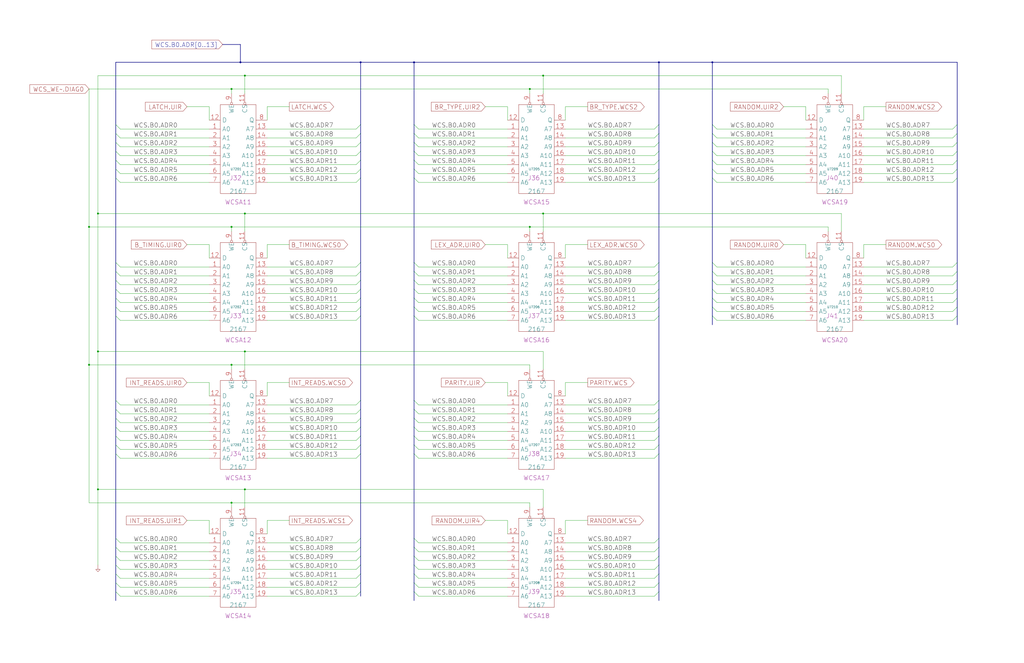
<source format=kicad_sch>
(kicad_sch (version 20250114) (generator "eeschema") (generator_version "9.0")
  (paper "User" 584.2 378.46)
  (title_block (title "WRITABLE CONTROL STORE") (date "22-MAY-90") (rev "1.0") (comment 1 "SEQUENCER") (comment 2 "232-003064") (comment 3 "S400") (comment 4 "RELEASED"))
  (lib_symbols
    (symbol "r1000:2167" (pin_names (offset 1.016))
      (property "Reference" "U" (at 2.54 5.08 0))
      (property "Value" "2167" (at -1.27 -7.62 0))
      (property "Location" "___" (at -1.27 0 0))
      (property "Name" "______" (at 3.81 -15.24 0))
      (symbol "2167_1_1"
        (rectangle (start -6.35 41.91) (end 13.97 -8.89))
        (circle (center 0 42.545) (radius 0.635))
        (circle (center 7.62 42.545) (radius 0.635))
        (pin input line (at -12.7 33.02 0) (length 6.35) (name "D") (number "12"))
        (pin input line (at -12.7 27.94 0) (length 6.35) (name "A0") (number "1"))
        (pin input line (at -12.7 22.86 0) (length 6.35) (name "A1") (number "2"))
        (pin input line (at -12.7 17.78 0) (length 6.35) (name "A2") (number "3"))
        (pin input line (at -12.7 12.7 0) (length 6.35) (name "A3") (number "4"))
        (pin input line (at -12.7 7.62 0) (length 6.35) (name "A4") (number "5"))
        (pin input line (at -12.7 2.54 0) (length 6.35) (name "A5") (number "6"))
        (pin input line (at -12.7 -2.54 0) (length 6.35) (name "A6") (number "7"))
        (pin input line (at 0 48.26 270) (length 5.08) (name "WE") (number "9"))
        (pin input line (at 7.62 48.26 270) (length 5.08) (name "CS") (number "11"))
        (pin tri_state line (at 20.32 33.02 180) (length 6.35) (name "Q") (number "8"))
        (pin input line (at 20.32 27.94 180) (length 6.35) (name "A7") (number "13"))
        (pin input line (at 20.32 22.86 180) (length 6.35) (name "A8") (number "14"))
        (pin input line (at 20.32 17.78 180) (length 6.35) (name "A9") (number "15"))
        (pin input line (at 20.32 12.7 180) (length 6.35) (name "A10") (number "16"))
        (pin input line (at 20.32 7.62 180) (length 6.35) (name "A11") (number "17"))
        (pin input line (at 20.32 2.54 180) (length 6.35) (name "A12") (number "18"))
        (pin input line (at 20.32 -2.54 180) (length 6.35) (name "A13") (number "19"))
      )
    )
    (symbol "r1000:PD" (power) (pin_numbers (hide yes)) (pin_names (hide yes)) (in_bom no)
      (symbol "PD_0_1"
        (polyline (pts (xy 0 -2.54) (xy 1.27 -2.54) (xy 0 -3.81) (xy -1.27 -2.54) (xy 0 -2.54)) (stroke (width 0.1524)))
      )
      (symbol "PD_1_1"
        (pin power_in line (at 0 0 270) (length 2.54) (name "PD") (number "1"))
      )
    )
  )
  (junction (at 139.7 279.4))
  (junction (at 309.88 43.18))
  (junction (at 132.08 50.8))
  (junction (at 302.26 50.8))
  (junction (at 55.88 121.92))
  (junction (at 55.88 200.66))
  (junction (at 132.08 129.54))
  (junction (at 236.22 35.56))
  (junction (at 132.08 287.02))
  (junction (at 50.8 129.54))
  (junction (at 137.16 35.56))
  (junction (at 375.92 35.56))
  (junction (at 205.74 35.56))
  (junction (at 132.08 208.28))
  (junction (at 50.8 208.28))
  (junction (at 139.7 43.18))
  (junction (at 302.26 129.54))
  (junction (at 406.4 35.56))
  (junction (at 139.7 121.92))
  (junction (at 55.88 279.4))
  (junction (at 309.88 121.92))
  (junction (at 139.7 200.66))
  (bus_entry (at 205.74 233.68) (size -2.54 2.54))
  (bus_entry (at 375.92 81.28) (size -2.54 2.54))
  (bus_entry (at 66.04 254) (size 2.54 2.54))
  (bus_entry (at 236.22 149.86) (size 2.54 2.54))
  (bus_entry (at 406.4 91.44) (size 2.54 2.54))
  (bus_entry (at 546.1 71.12) (size -2.54 2.54))
  (bus_entry (at 546.1 154.94) (size -2.54 2.54))
  (bus_entry (at 375.92 254) (size -2.54 2.54))
  (bus_entry (at 546.1 175.26) (size -2.54 2.54))
  (bus_entry (at 236.22 71.12) (size 2.54 2.54))
  (bus_entry (at 236.22 238.76) (size 2.54 2.54))
  (bus_entry (at 205.74 154.94) (size -2.54 2.54))
  (bus_entry (at 375.92 312.42) (size -2.54 2.54))
  (bus_entry (at 236.22 254) (size 2.54 2.54))
  (bus_entry (at 236.22 180.34) (size 2.54 2.54))
  (bus_entry (at 236.22 248.92) (size 2.54 2.54))
  (bus_entry (at 236.22 154.94) (size 2.54 2.54))
  (bus_entry (at 205.74 332.74) (size -2.54 2.54))
  (bus_entry (at 66.04 307.34) (size 2.54 2.54))
  (bus_entry (at 205.74 327.66) (size -2.54 2.54))
  (bus_entry (at 375.92 86.36) (size -2.54 2.54))
  (bus_entry (at 205.74 96.52) (size -2.54 2.54))
  (bus_entry (at 205.74 71.12) (size -2.54 2.54))
  (bus_entry (at 375.92 149.86) (size -2.54 2.54))
  (bus_entry (at 236.22 76.2) (size 2.54 2.54))
  (bus_entry (at 236.22 332.74) (size 2.54 2.54))
  (bus_entry (at 66.04 101.6) (size 2.54 2.54))
  (bus_entry (at 236.22 327.66) (size 2.54 2.54))
  (bus_entry (at 66.04 233.68) (size 2.54 2.54))
  (bus_entry (at 375.92 233.68) (size -2.54 2.54))
  (bus_entry (at 406.4 81.28) (size 2.54 2.54))
  (bus_entry (at 375.92 228.6) (size -2.54 2.54))
  (bus_entry (at 205.74 248.92) (size -2.54 2.54))
  (bus_entry (at 406.4 180.34) (size 2.54 2.54))
  (bus_entry (at 546.1 160.02) (size -2.54 2.54))
  (bus_entry (at 375.92 332.74) (size -2.54 2.54))
  (bus_entry (at 236.22 86.36) (size 2.54 2.54))
  (bus_entry (at 406.4 86.36) (size 2.54 2.54))
  (bus_entry (at 236.22 337.82) (size 2.54 2.54))
  (bus_entry (at 236.22 243.84) (size 2.54 2.54))
  (bus_entry (at 205.74 170.18) (size -2.54 2.54))
  (bus_entry (at 205.74 160.02) (size -2.54 2.54))
  (bus_entry (at 236.22 170.18) (size 2.54 2.54))
  (bus_entry (at 406.4 160.02) (size 2.54 2.54))
  (bus_entry (at 375.92 327.66) (size -2.54 2.54))
  (bus_entry (at 375.92 154.94) (size -2.54 2.54))
  (bus_entry (at 66.04 238.76) (size 2.54 2.54))
  (bus_entry (at 66.04 81.28) (size 2.54 2.54))
  (bus_entry (at 66.04 91.44) (size 2.54 2.54))
  (bus_entry (at 205.74 312.42) (size -2.54 2.54))
  (bus_entry (at 546.1 81.28) (size -2.54 2.54))
  (bus_entry (at 375.92 91.44) (size -2.54 2.54))
  (bus_entry (at 546.1 149.86) (size -2.54 2.54))
  (bus_entry (at 236.22 91.44) (size 2.54 2.54))
  (bus_entry (at 66.04 165.1) (size 2.54 2.54))
  (bus_entry (at 205.74 165.1) (size -2.54 2.54))
  (bus_entry (at 236.22 307.34) (size 2.54 2.54))
  (bus_entry (at 205.74 337.82) (size -2.54 2.54))
  (bus_entry (at 406.4 165.1) (size 2.54 2.54))
  (bus_entry (at 546.1 165.1) (size -2.54 2.54))
  (bus_entry (at 375.92 243.84) (size -2.54 2.54))
  (bus_entry (at 406.4 149.86) (size 2.54 2.54))
  (bus_entry (at 66.04 149.86) (size 2.54 2.54))
  (bus_entry (at 236.22 317.5) (size 2.54 2.54))
  (bus_entry (at 205.74 228.6) (size -2.54 2.54))
  (bus_entry (at 546.1 170.18) (size -2.54 2.54))
  (bus_entry (at 66.04 332.74) (size 2.54 2.54))
  (bus_entry (at 205.74 322.58) (size -2.54 2.54))
  (bus_entry (at 546.1 96.52) (size -2.54 2.54))
  (bus_entry (at 236.22 175.26) (size 2.54 2.54))
  (bus_entry (at 406.4 175.26) (size 2.54 2.54))
  (bus_entry (at 375.92 238.76) (size -2.54 2.54))
  (bus_entry (at 375.92 248.92) (size -2.54 2.54))
  (bus_entry (at 236.22 160.02) (size 2.54 2.54))
  (bus_entry (at 236.22 312.42) (size 2.54 2.54))
  (bus_entry (at 66.04 96.52) (size 2.54 2.54))
  (bus_entry (at 66.04 248.92) (size 2.54 2.54))
  (bus_entry (at 205.74 175.26) (size -2.54 2.54))
  (bus_entry (at 375.92 96.52) (size -2.54 2.54))
  (bus_entry (at 205.74 91.44) (size -2.54 2.54))
  (bus_entry (at 66.04 180.34) (size 2.54 2.54))
  (bus_entry (at 375.92 76.2) (size -2.54 2.54))
  (bus_entry (at 375.92 175.26) (size -2.54 2.54))
  (bus_entry (at 66.04 154.94) (size 2.54 2.54))
  (bus_entry (at 66.04 337.82) (size 2.54 2.54))
  (bus_entry (at 66.04 312.42) (size 2.54 2.54))
  (bus_entry (at 375.92 165.1) (size -2.54 2.54))
  (bus_entry (at 406.4 101.6) (size 2.54 2.54))
  (bus_entry (at 236.22 81.28) (size 2.54 2.54))
  (bus_entry (at 406.4 76.2) (size 2.54 2.54))
  (bus_entry (at 66.04 160.02) (size 2.54 2.54))
  (bus_entry (at 66.04 259.08) (size 2.54 2.54))
  (bus_entry (at 205.74 86.36) (size -2.54 2.54))
  (bus_entry (at 66.04 327.66) (size 2.54 2.54))
  (bus_entry (at 66.04 86.36) (size 2.54 2.54))
  (bus_entry (at 205.74 317.5) (size -2.54 2.54))
  (bus_entry (at 375.92 101.6) (size -2.54 2.54))
  (bus_entry (at 236.22 96.52) (size 2.54 2.54))
  (bus_entry (at 375.92 322.58) (size -2.54 2.54))
  (bus_entry (at 236.22 259.08) (size 2.54 2.54))
  (bus_entry (at 236.22 228.6) (size 2.54 2.54))
  (bus_entry (at 205.74 254) (size -2.54 2.54))
  (bus_entry (at 66.04 175.26) (size 2.54 2.54))
  (bus_entry (at 375.92 307.34) (size -2.54 2.54))
  (bus_entry (at 546.1 86.36) (size -2.54 2.54))
  (bus_entry (at 205.74 76.2) (size -2.54 2.54))
  (bus_entry (at 66.04 322.58) (size 2.54 2.54))
  (bus_entry (at 236.22 322.58) (size 2.54 2.54))
  (bus_entry (at 66.04 71.12) (size 2.54 2.54))
  (bus_entry (at 205.74 243.84) (size -2.54 2.54))
  (bus_entry (at 406.4 96.52) (size 2.54 2.54))
  (bus_entry (at 205.74 81.28) (size -2.54 2.54))
  (bus_entry (at 375.92 71.12) (size -2.54 2.54))
  (bus_entry (at 375.92 180.34) (size -2.54 2.54))
  (bus_entry (at 205.74 149.86) (size -2.54 2.54))
  (bus_entry (at 236.22 165.1) (size 2.54 2.54))
  (bus_entry (at 205.74 101.6) (size -2.54 2.54))
  (bus_entry (at 205.74 307.34) (size -2.54 2.54))
  (bus_entry (at 406.4 154.94) (size 2.54 2.54))
  (bus_entry (at 66.04 243.84) (size 2.54 2.54))
  (bus_entry (at 375.92 170.18) (size -2.54 2.54))
  (bus_entry (at 66.04 170.18) (size 2.54 2.54))
  (bus_entry (at 546.1 76.2) (size -2.54 2.54))
  (bus_entry (at 66.04 76.2) (size 2.54 2.54))
  (bus_entry (at 236.22 101.6) (size 2.54 2.54))
  (bus_entry (at 205.74 238.76) (size -2.54 2.54))
  (bus_entry (at 546.1 180.34) (size -2.54 2.54))
  (bus_entry (at 406.4 170.18) (size 2.54 2.54))
  (bus_entry (at 236.22 233.68) (size 2.54 2.54))
  (bus_entry (at 66.04 317.5) (size 2.54 2.54))
  (bus_entry (at 375.92 337.82) (size -2.54 2.54))
  (bus_entry (at 375.92 259.08) (size -2.54 2.54))
  (bus_entry (at 375.92 160.02) (size -2.54 2.54))
  (bus_entry (at 205.74 259.08) (size -2.54 2.54))
  (bus_entry (at 546.1 91.44) (size -2.54 2.54))
  (bus_entry (at 406.4 71.12) (size 2.54 2.54))
  (bus_entry (at 546.1 101.6) (size -2.54 2.54))
  (bus_entry (at 375.92 317.5) (size -2.54 2.54))
  (bus_entry (at 205.74 180.34) (size -2.54 2.54))
  (bus_entry (at 66.04 228.6) (size 2.54 2.54))
  (wire (pts (xy 472.44 50.8) (xy 472.44 53.34)))
  (wire (pts (xy 408.94 162.56) (xy 459.74 162.56)))
  (bus (pts (xy 205.74 332.74) (xy 205.74 337.82)))
  (wire (pts (xy 492.76 73.66) (xy 543.56 73.66)))
  (bus (pts (xy 66.04 337.82) (xy 66.04 342.9)))
  (wire (pts (xy 152.4 335.28) (xy 203.2 335.28)))
  (bus (pts (xy 236.22 76.2) (xy 236.22 81.28)))
  (bus (pts (xy 66.04 259.08) (xy 66.04 307.34)))
  (bus (pts (xy 205.74 81.28) (xy 205.74 86.36)))
  (bus (pts (xy 236.22 71.12) (xy 236.22 76.2)))
  (wire (pts (xy 408.94 167.64) (xy 459.74 167.64)))
  (bus (pts (xy 406.4 76.2) (xy 406.4 81.28)))
  (bus (pts (xy 406.4 149.86) (xy 406.4 154.94)))
  (wire (pts (xy 152.4 297.18) (xy 152.4 304.8)))
  (wire (pts (xy 322.58 297.18) (xy 322.58 304.8)))
  (wire (pts (xy 139.7 200.66) (xy 139.7 210.82)))
  (bus (pts (xy 375.92 91.44) (xy 375.92 96.52)))
  (wire (pts (xy 68.58 172.72) (xy 119.38 172.72)))
  (wire (pts (xy 459.74 139.7) (xy 459.74 147.32)))
  (bus (pts (xy 66.04 238.76) (xy 66.04 243.84)))
  (wire (pts (xy 322.58 93.98) (xy 373.38 93.98)))
  (bus (pts (xy 127 25.4) (xy 137.16 25.4)))
  (wire (pts (xy 322.58 182.88) (xy 373.38 182.88)))
  (wire (pts (xy 505.46 139.7) (xy 492.76 139.7)))
  (bus (pts (xy 406.4 81.28) (xy 406.4 86.36)))
  (wire (pts (xy 50.8 50.8) (xy 132.08 50.8)))
  (bus (pts (xy 375.92 233.68) (xy 375.92 238.76)))
  (wire (pts (xy 68.58 236.22) (xy 119.38 236.22)))
  (bus (pts (xy 375.92 170.18) (xy 375.92 175.26)))
  (wire (pts (xy 322.58 241.3) (xy 373.38 241.3)))
  (bus (pts (xy 375.92 228.6) (xy 375.92 233.68)))
  (bus (pts (xy 546.1 76.2) (xy 546.1 81.28)))
  (wire (pts (xy 322.58 104.14) (xy 373.38 104.14)))
  (wire (pts (xy 276.86 139.7) (xy 289.56 139.7)))
  (wire (pts (xy 152.4 330.2) (xy 203.2 330.2)))
  (bus (pts (xy 137.16 35.56) (xy 205.74 35.56)))
  (bus (pts (xy 66.04 243.84) (xy 66.04 248.92)))
  (wire (pts (xy 492.76 83.82) (xy 543.56 83.82)))
  (bus (pts (xy 205.74 149.86) (xy 205.74 154.94)))
  (wire (pts (xy 152.4 182.88) (xy 203.2 182.88)))
  (wire (pts (xy 106.68 297.18) (xy 119.38 297.18)))
  (wire (pts (xy 322.58 309.88) (xy 373.38 309.88)))
  (wire (pts (xy 238.76 309.88) (xy 289.56 309.88)))
  (wire (pts (xy 106.68 60.96) (xy 119.38 60.96)))
  (wire (pts (xy 152.4 246.38) (xy 203.2 246.38)))
  (bus (pts (xy 546.1 101.6) (xy 546.1 149.86)))
  (wire (pts (xy 68.58 152.4) (xy 119.38 152.4)))
  (bus (pts (xy 66.04 322.58) (xy 66.04 327.66)))
  (wire (pts (xy 152.4 78.74) (xy 203.2 78.74)))
  (wire (pts (xy 132.08 50.8) (xy 302.26 50.8)))
  (wire (pts (xy 480.06 43.18) (xy 480.06 53.34)))
  (wire (pts (xy 238.76 314.96) (xy 289.56 314.96)))
  (wire (pts (xy 68.58 256.54) (xy 119.38 256.54)))
  (wire (pts (xy 238.76 231.14) (xy 289.56 231.14)))
  (wire (pts (xy 322.58 162.56) (xy 373.38 162.56)))
  (wire (pts (xy 302.26 208.28) (xy 302.26 210.82)))
  (wire (pts (xy 472.44 129.54) (xy 472.44 132.08)))
  (bus (pts (xy 546.1 165.1) (xy 546.1 170.18)))
  (bus (pts (xy 236.22 96.52) (xy 236.22 101.6)))
  (wire (pts (xy 68.58 167.64) (xy 119.38 167.64)))
  (bus (pts (xy 66.04 35.56) (xy 137.16 35.56)))
  (bus (pts (xy 66.04 96.52) (xy 66.04 101.6)))
  (wire (pts (xy 68.58 99.06) (xy 119.38 99.06)))
  (wire (pts (xy 322.58 152.4) (xy 373.38 152.4)))
  (wire (pts (xy 322.58 78.74) (xy 373.38 78.74)))
  (wire (pts (xy 492.76 167.64) (xy 543.56 167.64)))
  (bus (pts (xy 406.4 96.52) (xy 406.4 101.6)))
  (wire (pts (xy 408.94 88.9) (xy 459.74 88.9)))
  (bus (pts (xy 205.74 322.58) (xy 205.74 327.66)))
  (wire (pts (xy 238.76 99.06) (xy 289.56 99.06)))
  (wire (pts (xy 408.94 78.74) (xy 459.74 78.74)))
  (wire (pts (xy 139.7 43.18) (xy 309.88 43.18)))
  (wire (pts (xy 238.76 256.54) (xy 289.56 256.54)))
  (wire (pts (xy 322.58 231.14) (xy 373.38 231.14)))
  (bus (pts (xy 236.22 101.6) (xy 236.22 149.86)))
  (wire (pts (xy 492.76 99.06) (xy 543.56 99.06)))
  (wire (pts (xy 238.76 236.22) (xy 289.56 236.22)))
  (wire (pts (xy 408.94 152.4) (xy 459.74 152.4)))
  (wire (pts (xy 152.4 162.56) (xy 203.2 162.56)))
  (wire (pts (xy 309.88 121.92) (xy 480.06 121.92)))
  (wire (pts (xy 50.8 287.02) (xy 132.08 287.02)))
  (bus (pts (xy 406.4 86.36) (xy 406.4 91.44)))
  (bus (pts (xy 375.92 160.02) (xy 375.92 165.1)))
  (wire (pts (xy 165.1 218.44) (xy 152.4 218.44)))
  (bus (pts (xy 375.92 332.74) (xy 375.92 337.82)))
  (wire (pts (xy 68.58 231.14) (xy 119.38 231.14)))
  (bus (pts (xy 236.22 81.28) (xy 236.22 86.36)))
  (wire (pts (xy 289.56 218.44) (xy 289.56 226.06)))
  (wire (pts (xy 68.58 261.62) (xy 119.38 261.62)))
  (bus (pts (xy 66.04 76.2) (xy 66.04 81.28)))
  (bus (pts (xy 375.92 337.82) (xy 375.92 342.9)))
  (wire (pts (xy 119.38 218.44) (xy 119.38 226.06)))
  (wire (pts (xy 492.76 172.72) (xy 543.56 172.72)))
  (wire (pts (xy 68.58 157.48) (xy 119.38 157.48)))
  (wire (pts (xy 152.4 99.06) (xy 203.2 99.06)))
  (bus (pts (xy 66.04 81.28) (xy 66.04 86.36)))
  (bus (pts (xy 205.74 248.92) (xy 205.74 254)))
  (bus (pts (xy 205.74 317.5) (xy 205.74 322.58)))
  (bus (pts (xy 406.4 160.02) (xy 406.4 165.1)))
  (bus (pts (xy 546.1 180.34) (xy 546.1 185.42)))
  (wire (pts (xy 119.38 297.18) (xy 119.38 304.8)))
  (wire (pts (xy 132.08 208.28) (xy 132.08 210.82)))
  (wire (pts (xy 68.58 182.88) (xy 119.38 182.88)))
  (wire (pts (xy 408.94 182.88) (xy 459.74 182.88)))
  (wire (pts (xy 309.88 43.18) (xy 309.88 53.34)))
  (wire (pts (xy 322.58 177.8) (xy 373.38 177.8)))
  (wire (pts (xy 408.94 73.66) (xy 459.74 73.66)))
  (wire (pts (xy 505.46 60.96) (xy 492.76 60.96)))
  (bus (pts (xy 236.22 248.92) (xy 236.22 254)))
  (wire (pts (xy 152.4 139.7) (xy 152.4 147.32)))
  (bus (pts (xy 375.92 248.92) (xy 375.92 254)))
  (bus (pts (xy 66.04 254) (xy 66.04 259.08)))
  (wire (pts (xy 309.88 200.66) (xy 309.88 210.82)))
  (bus (pts (xy 66.04 91.44) (xy 66.04 96.52)))
  (bus (pts (xy 406.4 91.44) (xy 406.4 96.52)))
  (wire (pts (xy 119.38 60.96) (xy 119.38 68.58)))
  (wire (pts (xy 238.76 167.64) (xy 289.56 167.64)))
  (wire (pts (xy 408.94 93.98) (xy 459.74 93.98)))
  (wire (pts (xy 68.58 241.3) (xy 119.38 241.3)))
  (bus (pts (xy 236.22 154.94) (xy 236.22 160.02)))
  (bus (pts (xy 236.22 35.56) (xy 375.92 35.56)))
  (wire (pts (xy 68.58 251.46) (xy 119.38 251.46)))
  (bus (pts (xy 375.92 322.58) (xy 375.92 327.66)))
  (bus (pts (xy 66.04 233.68) (xy 66.04 238.76)))
  (wire (pts (xy 152.4 314.96) (xy 203.2 314.96)))
  (bus (pts (xy 236.22 170.18) (xy 236.22 175.26)))
  (wire (pts (xy 322.58 218.44) (xy 322.58 226.06)))
  (wire (pts (xy 289.56 139.7) (xy 289.56 147.32)))
  (bus (pts (xy 66.04 86.36) (xy 66.04 91.44)))
  (bus (pts (xy 236.22 312.42) (xy 236.22 317.5)))
  (wire (pts (xy 238.76 320.04) (xy 289.56 320.04)))
  (bus (pts (xy 375.92 71.12) (xy 375.92 76.2)))
  (wire (pts (xy 238.76 104.14) (xy 289.56 104.14)))
  (wire (pts (xy 152.4 60.96) (xy 152.4 68.58)))
  (wire (pts (xy 238.76 246.38) (xy 289.56 246.38)))
  (wire (pts (xy 106.68 218.44) (xy 119.38 218.44)))
  (wire (pts (xy 152.4 261.62) (xy 203.2 261.62)))
  (wire (pts (xy 68.58 83.82) (xy 119.38 83.82)))
  (wire (pts (xy 55.88 279.4) (xy 55.88 200.66)))
  (wire (pts (xy 492.76 157.48) (xy 543.56 157.48)))
  (wire (pts (xy 152.4 172.72) (xy 203.2 172.72)))
  (bus (pts (xy 236.22 35.56) (xy 236.22 71.12)))
  (wire (pts (xy 139.7 279.4) (xy 55.88 279.4)))
  (bus (pts (xy 546.1 96.52) (xy 546.1 101.6)))
  (bus (pts (xy 205.74 101.6) (xy 205.74 149.86)))
  (wire (pts (xy 139.7 121.92) (xy 309.88 121.92)))
  (bus (pts (xy 236.22 86.36) (xy 236.22 91.44)))
  (bus (pts (xy 406.4 180.34) (xy 406.4 185.42)))
  (wire (pts (xy 139.7 200.66) (xy 309.88 200.66)))
  (wire (pts (xy 447.04 60.96) (xy 459.74 60.96)))
  (bus (pts (xy 375.92 180.34) (xy 375.92 228.6)))
  (bus (pts (xy 546.1 91.44) (xy 546.1 96.52)))
  (wire (pts (xy 165.1 139.7) (xy 152.4 139.7)))
  (wire (pts (xy 480.06 121.92) (xy 480.06 132.08)))
  (bus (pts (xy 66.04 317.5) (xy 66.04 322.58)))
  (bus (pts (xy 406.4 175.26) (xy 406.4 180.34)))
  (bus (pts (xy 66.04 71.12) (xy 66.04 76.2)))
  (bus (pts (xy 236.22 317.5) (xy 236.22 322.58)))
  (bus (pts (xy 236.22 175.26) (xy 236.22 180.34)))
  (wire (pts (xy 447.04 139.7) (xy 459.74 139.7)))
  (bus (pts (xy 66.04 312.42) (xy 66.04 317.5)))
  (wire (pts (xy 238.76 340.36) (xy 289.56 340.36)))
  (bus (pts (xy 375.92 96.52) (xy 375.92 101.6)))
  (bus (pts (xy 546.1 35.56) (xy 546.1 71.12)))
  (wire (pts (xy 152.4 340.36) (xy 203.2 340.36)))
  (bus (pts (xy 375.92 307.34) (xy 375.92 312.42)))
  (wire (pts (xy 55.88 279.4) (xy 55.88 322.58)))
  (wire (pts (xy 165.1 60.96) (xy 152.4 60.96)))
  (bus (pts (xy 205.74 180.34) (xy 205.74 228.6)))
  (bus (pts (xy 375.92 165.1) (xy 375.92 170.18)))
  (wire (pts (xy 152.4 152.4) (xy 203.2 152.4)))
  (wire (pts (xy 238.76 261.62) (xy 289.56 261.62)))
  (bus (pts (xy 546.1 71.12) (xy 546.1 76.2)))
  (wire (pts (xy 152.4 320.04) (xy 203.2 320.04)))
  (wire (pts (xy 139.7 279.4) (xy 139.7 289.56)))
  (bus (pts (xy 375.92 35.56) (xy 406.4 35.56)))
  (bus (pts (xy 375.92 149.86) (xy 375.92 154.94)))
  (wire (pts (xy 322.58 340.36) (xy 373.38 340.36)))
  (bus (pts (xy 137.16 25.4) (xy 137.16 35.56)))
  (bus (pts (xy 236.22 327.66) (xy 236.22 332.74)))
  (bus (pts (xy 66.04 180.34) (xy 66.04 228.6)))
  (bus (pts (xy 205.74 71.12) (xy 205.74 76.2)))
  (wire (pts (xy 322.58 99.06) (xy 373.38 99.06)))
  (wire (pts (xy 152.4 73.66) (xy 203.2 73.66)))
  (wire (pts (xy 302.26 287.02) (xy 302.26 289.56)))
  (wire (pts (xy 322.58 73.66) (xy 373.38 73.66)))
  (wire (pts (xy 132.08 129.54) (xy 302.26 129.54)))
  (wire (pts (xy 408.94 172.72) (xy 459.74 172.72)))
  (bus (pts (xy 375.92 259.08) (xy 375.92 307.34)))
  (wire (pts (xy 335.28 218.44) (xy 322.58 218.44)))
  (bus (pts (xy 205.74 91.44) (xy 205.74 96.52)))
  (wire (pts (xy 408.94 177.8) (xy 459.74 177.8)))
  (wire (pts (xy 152.4 88.9) (xy 203.2 88.9)))
  (bus (pts (xy 546.1 160.02) (xy 546.1 165.1)))
  (bus (pts (xy 205.74 243.84) (xy 205.74 248.92)))
  (bus (pts (xy 236.22 259.08) (xy 236.22 307.34)))
  (wire (pts (xy 309.88 121.92) (xy 309.88 132.08)))
  (bus (pts (xy 205.74 337.82) (xy 205.74 340.36)))
  (bus (pts (xy 375.92 81.28) (xy 375.92 86.36)))
  (bus (pts (xy 546.1 149.86) (xy 546.1 154.94)))
  (wire (pts (xy 309.88 43.18) (xy 480.06 43.18)))
  (bus (pts (xy 406.4 154.94) (xy 406.4 160.02)))
  (bus (pts (xy 236.22 160.02) (xy 236.22 165.1)))
  (wire (pts (xy 68.58 325.12) (xy 119.38 325.12)))
  (wire (pts (xy 152.4 104.14) (xy 203.2 104.14)))
  (wire (pts (xy 68.58 104.14) (xy 119.38 104.14)))
  (wire (pts (xy 322.58 83.82) (xy 373.38 83.82)))
  (wire (pts (xy 50.8 50.8) (xy 50.8 129.54)))
  (wire (pts (xy 459.74 60.96) (xy 459.74 68.58)))
  (bus (pts (xy 546.1 81.28) (xy 546.1 86.36)))
  (wire (pts (xy 492.76 139.7) (xy 492.76 147.32)))
  (bus (pts (xy 66.04 327.66) (xy 66.04 332.74)))
  (wire (pts (xy 50.8 208.28) (xy 50.8 287.02)))
  (wire (pts (xy 322.58 246.38) (xy 373.38 246.38)))
  (wire (pts (xy 68.58 93.98) (xy 119.38 93.98)))
  (wire (pts (xy 68.58 162.56) (xy 119.38 162.56)))
  (wire (pts (xy 119.38 139.7) (xy 119.38 147.32)))
  (wire (pts (xy 152.4 93.98) (xy 203.2 93.98)))
  (wire (pts (xy 492.76 162.56) (xy 543.56 162.56)))
  (wire (pts (xy 132.08 208.28) (xy 302.26 208.28)))
  (bus (pts (xy 205.74 228.6) (xy 205.74 233.68)))
  (wire (pts (xy 132.08 129.54) (xy 132.08 132.08)))
  (bus (pts (xy 236.22 322.58) (xy 236.22 327.66)))
  (wire (pts (xy 152.4 231.14) (xy 203.2 231.14)))
  (wire (pts (xy 68.58 340.36) (xy 119.38 340.36)))
  (bus (pts (xy 236.22 233.68) (xy 236.22 238.76)))
  (wire (pts (xy 139.7 43.18) (xy 139.7 53.34)))
  (bus (pts (xy 236.22 165.1) (xy 236.22 170.18)))
  (bus (pts (xy 406.4 35.56) (xy 406.4 71.12)))
  (bus (pts (xy 205.74 35.56) (xy 205.74 71.12)))
  (wire (pts (xy 322.58 256.54) (xy 373.38 256.54)))
  (bus (pts (xy 66.04 149.86) (xy 66.04 154.94)))
  (bus (pts (xy 375.92 76.2) (xy 375.92 81.28)))
  (bus (pts (xy 205.74 154.94) (xy 205.74 160.02)))
  (wire (pts (xy 322.58 261.62) (xy 373.38 261.62)))
  (bus (pts (xy 236.22 238.76) (xy 236.22 243.84)))
  (wire (pts (xy 322.58 335.28) (xy 373.38 335.28)))
  (bus (pts (xy 205.74 238.76) (xy 205.74 243.84)))
  (wire (pts (xy 238.76 93.98) (xy 289.56 93.98)))
  (bus (pts (xy 236.22 337.82) (xy 236.22 342.9)))
  (bus (pts (xy 375.92 154.94) (xy 375.92 160.02)))
  (bus (pts (xy 375.92 327.66) (xy 375.92 332.74)))
  (bus (pts (xy 236.22 332.74) (xy 236.22 337.82)))
  (wire (pts (xy 276.86 297.18) (xy 289.56 297.18)))
  (wire (pts (xy 55.88 43.18) (xy 139.7 43.18)))
  (bus (pts (xy 375.92 175.26) (xy 375.92 180.34)))
  (wire (pts (xy 50.8 129.54) (xy 132.08 129.54)))
  (wire (pts (xy 68.58 246.38) (xy 119.38 246.38)))
  (wire (pts (xy 238.76 78.74) (xy 289.56 78.74)))
  (wire (pts (xy 152.4 309.88) (xy 203.2 309.88)))
  (bus (pts (xy 205.74 312.42) (xy 205.74 317.5)))
  (wire (pts (xy 139.7 279.4) (xy 309.88 279.4)))
  (wire (pts (xy 335.28 297.18) (xy 322.58 297.18)))
  (wire (pts (xy 238.76 73.66) (xy 289.56 73.66)))
  (bus (pts (xy 66.04 170.18) (xy 66.04 175.26)))
  (wire (pts (xy 322.58 325.12) (xy 373.38 325.12)))
  (bus (pts (xy 406.4 35.56) (xy 546.1 35.56)))
  (bus (pts (xy 375.92 312.42) (xy 375.92 317.5)))
  (wire (pts (xy 492.76 60.96) (xy 492.76 68.58)))
  (bus (pts (xy 66.04 101.6) (xy 66.04 149.86)))
  (wire (pts (xy 492.76 78.74) (xy 543.56 78.74)))
  (bus (pts (xy 66.04 160.02) (xy 66.04 165.1)))
  (bus (pts (xy 66.04 248.92) (xy 66.04 254)))
  (bus (pts (xy 546.1 175.26) (xy 546.1 180.34)))
  (wire (pts (xy 238.76 88.9) (xy 289.56 88.9)))
  (wire (pts (xy 68.58 330.2) (xy 119.38 330.2)))
  (bus (pts (xy 66.04 332.74) (xy 66.04 337.82)))
  (wire (pts (xy 492.76 93.98) (xy 543.56 93.98)))
  (wire (pts (xy 309.88 279.4) (xy 309.88 289.56)))
  (wire (pts (xy 68.58 73.66) (xy 119.38 73.66)))
  (wire (pts (xy 302.26 129.54) (xy 302.26 132.08)))
  (wire (pts (xy 238.76 152.4) (xy 289.56 152.4)))
  (wire (pts (xy 238.76 330.2) (xy 289.56 330.2)))
  (bus (pts (xy 375.92 254) (xy 375.92 259.08)))
  (bus (pts (xy 375.92 86.36) (xy 375.92 91.44)))
  (wire (pts (xy 68.58 314.96) (xy 119.38 314.96)))
  (wire (pts (xy 55.88 121.92) (xy 139.7 121.92)))
  (wire (pts (xy 68.58 78.74) (xy 119.38 78.74)))
  (bus (pts (xy 236.22 228.6) (xy 236.22 233.68)))
  (wire (pts (xy 152.4 167.64) (xy 203.2 167.64)))
  (bus (pts (xy 205.74 35.56) (xy 236.22 35.56)))
  (bus (pts (xy 205.74 165.1) (xy 205.74 170.18)))
  (bus (pts (xy 546.1 86.36) (xy 546.1 91.44)))
  (wire (pts (xy 152.4 177.8) (xy 203.2 177.8)))
  (wire (pts (xy 152.4 218.44) (xy 152.4 226.06)))
  (wire (pts (xy 408.94 104.14) (xy 459.74 104.14)))
  (wire (pts (xy 276.86 60.96) (xy 289.56 60.96)))
  (wire (pts (xy 152.4 256.54) (xy 203.2 256.54)))
  (wire (pts (xy 492.76 104.14) (xy 543.56 104.14)))
  (wire (pts (xy 302.26 129.54) (xy 472.44 129.54)))
  (wire (pts (xy 152.4 325.12) (xy 203.2 325.12)))
  (wire (pts (xy 289.56 60.96) (xy 289.56 68.58)))
  (bus (pts (xy 406.4 170.18) (xy 406.4 175.26)))
  (wire (pts (xy 492.76 182.88) (xy 543.56 182.88)))
  (bus (pts (xy 546.1 170.18) (xy 546.1 175.26)))
  (wire (pts (xy 492.76 88.9) (xy 543.56 88.9)))
  (bus (pts (xy 66.04 165.1) (xy 66.04 170.18)))
  (wire (pts (xy 238.76 177.8) (xy 289.56 177.8)))
  (wire (pts (xy 68.58 88.9) (xy 119.38 88.9)))
  (bus (pts (xy 236.22 91.44) (xy 236.22 96.52)))
  (wire (pts (xy 238.76 172.72) (xy 289.56 172.72)))
  (bus (pts (xy 236.22 307.34) (xy 236.22 312.42)))
  (wire (pts (xy 55.88 200.66) (xy 139.7 200.66)))
  (bus (pts (xy 375.92 317.5) (xy 375.92 322.58)))
  (bus (pts (xy 236.22 243.84) (xy 236.22 248.92)))
  (wire (pts (xy 322.58 139.7) (xy 322.58 147.32)))
  (wire (pts (xy 68.58 335.28) (xy 119.38 335.28)))
  (wire (pts (xy 335.28 60.96) (xy 322.58 60.96)))
  (wire (pts (xy 152.4 251.46) (xy 203.2 251.46)))
  (wire (pts (xy 238.76 335.28) (xy 289.56 335.28)))
  (wire (pts (xy 106.68 139.7) (xy 119.38 139.7)))
  (wire (pts (xy 408.94 99.06) (xy 459.74 99.06)))
  (wire (pts (xy 68.58 309.88) (xy 119.38 309.88)))
  (wire (pts (xy 132.08 50.8) (xy 132.08 53.34)))
  (wire (pts (xy 322.58 314.96) (xy 373.38 314.96)))
  (bus (pts (xy 375.92 101.6) (xy 375.92 149.86)))
  (wire (pts (xy 50.8 208.28) (xy 132.08 208.28)))
  (wire (pts (xy 322.58 157.48) (xy 373.38 157.48)))
  (bus (pts (xy 66.04 228.6) (xy 66.04 233.68)))
  (wire (pts (xy 408.94 157.48) (xy 459.74 157.48)))
  (bus (pts (xy 205.74 96.52) (xy 205.74 101.6)))
  (wire (pts (xy 238.76 251.46) (xy 289.56 251.46)))
  (wire (pts (xy 408.94 83.82) (xy 459.74 83.82)))
  (bus (pts (xy 236.22 254) (xy 236.22 259.08)))
  (wire (pts (xy 238.76 241.3) (xy 289.56 241.3)))
  (wire (pts (xy 132.08 287.02) (xy 132.08 289.56)))
  (bus (pts (xy 406.4 71.12) (xy 406.4 76.2)))
  (bus (pts (xy 375.92 35.56) (xy 375.92 71.12)))
  (wire (pts (xy 335.28 139.7) (xy 322.58 139.7)))
  (wire (pts (xy 322.58 251.46) (xy 373.38 251.46)))
  (bus (pts (xy 406.4 165.1) (xy 406.4 170.18)))
  (bus (pts (xy 66.04 35.56) (xy 66.04 71.12)))
  (wire (pts (xy 302.26 50.8) (xy 302.26 53.34)))
  (bus (pts (xy 66.04 307.34) (xy 66.04 312.42)))
  (bus (pts (xy 236.22 180.34) (xy 236.22 228.6)))
  (wire (pts (xy 238.76 325.12) (xy 289.56 325.12)))
  (wire (pts (xy 152.4 236.22) (xy 203.2 236.22)))
  (bus (pts (xy 205.74 254) (xy 205.74 259.08)))
  (wire (pts (xy 289.56 297.18) (xy 289.56 304.8)))
  (wire (pts (xy 68.58 177.8) (xy 119.38 177.8)))
  (wire (pts (xy 238.76 157.48) (xy 289.56 157.48)))
  (wire (pts (xy 50.8 129.54) (xy 50.8 208.28)))
  (bus (pts (xy 205.74 170.18) (xy 205.74 175.26)))
  (wire (pts (xy 322.58 236.22) (xy 373.38 236.22)))
  (wire (pts (xy 55.88 200.66) (xy 55.88 121.92)))
  (bus (pts (xy 205.74 175.26) (xy 205.74 180.34)))
  (wire (pts (xy 492.76 152.4) (xy 543.56 152.4)))
  (wire (pts (xy 68.58 320.04) (xy 119.38 320.04)))
  (bus (pts (xy 205.74 160.02) (xy 205.74 165.1)))
  (wire (pts (xy 55.88 121.92) (xy 55.88 43.18)))
  (wire (pts (xy 238.76 83.82) (xy 289.56 83.82)))
  (bus (pts (xy 375.92 243.84) (xy 375.92 248.92)))
  (wire (pts (xy 322.58 167.64) (xy 373.38 167.64)))
  (wire (pts (xy 238.76 162.56) (xy 289.56 162.56)))
  (bus (pts (xy 66.04 154.94) (xy 66.04 160.02)))
  (wire (pts (xy 322.58 330.2) (xy 373.38 330.2)))
  (wire (pts (xy 139.7 121.92) (xy 139.7 132.08)))
  (wire (pts (xy 322.58 60.96) (xy 322.58 68.58)))
  (wire (pts (xy 322.58 320.04) (xy 373.38 320.04)))
  (bus (pts (xy 546.1 154.94) (xy 546.1 160.02)))
  (bus (pts (xy 406.4 101.6) (xy 406.4 149.86)))
  (wire (pts (xy 322.58 88.9) (xy 373.38 88.9)))
  (wire (pts (xy 152.4 241.3) (xy 203.2 241.3)))
  (wire (pts (xy 276.86 218.44) (xy 289.56 218.44)))
  (bus (pts (xy 205.74 76.2) (xy 205.74 81.28)))
  (wire (pts (xy 165.1 297.18) (xy 152.4 297.18)))
  (bus (pts (xy 236.22 149.86) (xy 236.22 154.94)))
  (bus (pts (xy 205.74 233.68) (xy 205.74 238.76)))
  (wire (pts (xy 492.76 177.8) (xy 543.56 177.8)))
  (wire (pts (xy 132.08 287.02) (xy 302.26 287.02)))
  (bus (pts (xy 205.74 307.34) (xy 205.74 312.42)))
  (wire (pts (xy 238.76 182.88) (xy 289.56 182.88)))
  (bus (pts (xy 205.74 259.08) (xy 205.74 307.34)))
  (bus (pts (xy 375.92 238.76) (xy 375.92 243.84)))
  (wire (pts (xy 152.4 83.82) (xy 203.2 83.82)))
  (bus (pts (xy 205.74 327.66) (xy 205.74 332.74)))
  (bus (pts (xy 66.04 175.26) (xy 66.04 180.34)))
  (wire (pts (xy 302.26 50.8) (xy 472.44 50.8)))
  (wire (pts (xy 152.4 157.48) (xy 203.2 157.48)))
  (wire (pts (xy 322.58 172.72) (xy 373.38 172.72)))
  (bus (pts (xy 205.74 86.36) (xy 205.74 91.44)))
  (label "WCS.B0.ADR9" (at 335.28 83.82 0) (effects (font (size 2.54 2.54))))
  (label "WCS.B0.ADR11" (at 335.28 172.72 0) (effects (font (size 2.54 2.54))))
  (label "WCS.B0.ADR9" (at 335.28 241.3 0) (effects (font (size 2.54 2.54))))
  (label "WCS.B0.ADR5" (at 416.56 177.8 0) (effects (font (size 2.54 2.54))))
  (label "WCS.B0.ADR11" (at 505.46 93.98 0) (effects (font (size 2.54 2.54))))
  (label "WCS.B0.ADR4" (at 246.38 251.46 0) (effects (font (size 2.54 2.54))))
  (label "WCS.B0.ADR6" (at 76.2 104.14 0) (effects (font (size 2.54 2.54))))
  (label "WCS.B0.ADR9" (at 335.28 162.56 0) (effects (font (size 2.54 2.54))))
  (label "WCS.B0.ADR0" (at 246.38 73.66 0) (effects (font (size 2.54 2.54))))
  (label "WCS.B0.ADR0" (at 246.38 152.4 0) (effects (font (size 2.54 2.54))))
  (label "WCS.B0.ADR0" (at 76.2 231.14 0) (effects (font (size 2.54 2.54))))
  (label "WCS.B0.ADR5" (at 76.2 177.8 0) (effects (font (size 2.54 2.54))))
  (label "WCS.B0.ADR10" (at 335.28 167.64 0) (effects (font (size 2.54 2.54))))
  (label "WCS.B0.ADR12" (at 505.46 177.8 0) (effects (font (size 2.54 2.54))))
  (label "WCS.B0.ADR13" (at 335.28 261.62 0) (effects (font (size 2.54 2.54))))
  (label "WCS.B0.ADR4" (at 246.38 330.2 0) (effects (font (size 2.54 2.54))))
  (label "WCS.B0.ADR9" (at 165.1 162.56 0) (effects (font (size 2.54 2.54))))
  (label "WCS.B0.ADR0" (at 76.2 73.66 0) (effects (font (size 2.54 2.54))))
  (label "WCS.B0.ADR4" (at 416.56 93.98 0) (effects (font (size 2.54 2.54))))
  (label "WCS.B0.ADR8" (at 165.1 314.96 0) (effects (font (size 2.54 2.54))))
  (label "WCS.B0.ADR1" (at 76.2 157.48 0) (effects (font (size 2.54 2.54))))
  (label "WCS.B0.ADR2" (at 246.38 320.04 0) (effects (font (size 2.54 2.54))))
  (label "WCS.B0.ADR6" (at 416.56 182.88 0) (effects (font (size 2.54 2.54))))
  (label "WCS.B0.ADR6" (at 416.56 104.14 0) (effects (font (size 2.54 2.54))))
  (label "WCS.B0.ADR1" (at 416.56 78.74 0) (effects (font (size 2.54 2.54))))
  (label "WCS.B0.ADR11" (at 335.28 93.98 0) (effects (font (size 2.54 2.54))))
  (label "WCS.B0.ADR8" (at 165.1 236.22 0) (effects (font (size 2.54 2.54))))
  (label "WCS.B0.ADR11" (at 505.46 172.72 0) (effects (font (size 2.54 2.54))))
  (label "WCS.B0.ADR9" (at 335.28 320.04 0) (effects (font (size 2.54 2.54))))
  (label "WCS.B0.ADR5" (at 246.38 256.54 0) (effects (font (size 2.54 2.54))))
  (label "WCS.B0.ADR8" (at 335.28 157.48 0) (effects (font (size 2.54 2.54))))
  (label "WCS.B0.ADR8" (at 165.1 157.48 0) (effects (font (size 2.54 2.54))))
  (label "WCS.B0.ADR4" (at 76.2 172.72 0) (effects (font (size 2.54 2.54))))
  (label "WCS.B0.ADR0" (at 76.2 309.88 0) (effects (font (size 2.54 2.54))))
  (label "WCS.B0.ADR12" (at 165.1 99.06 0) (effects (font (size 2.54 2.54))))
  (label "WCS.B0.ADR11" (at 165.1 93.98 0) (effects (font (size 2.54 2.54))))
  (label "WCS.B0.ADR13" (at 335.28 340.36 0) (effects (font (size 2.54 2.54))))
  (label "WCS.B0.ADR4" (at 416.56 172.72 0) (effects (font (size 2.54 2.54))))
  (label "WCS.B0.ADR12" (at 335.28 177.8 0) (effects (font (size 2.54 2.54))))
  (label "WCS.B0.ADR3" (at 246.38 325.12 0) (effects (font (size 2.54 2.54))))
  (label "WCS.B0.ADR0" (at 416.56 73.66 0) (effects (font (size 2.54 2.54))))
  (label "WCS.B0.ADR3" (at 246.38 88.9 0) (effects (font (size 2.54 2.54))))
  (label "WCS.B0.ADR6" (at 246.38 104.14 0) (effects (font (size 2.54 2.54))))
  (label "WCS.B0.ADR1" (at 416.56 157.48 0) (effects (font (size 2.54 2.54))))
  (label "WCS.B0.ADR1" (at 76.2 78.74 0) (effects (font (size 2.54 2.54))))
  (label "WCS.B0.ADR10" (at 165.1 88.9 0) (effects (font (size 2.54 2.54))))
  (label "WCS.B0.ADR12" (at 165.1 335.28 0) (effects (font (size 2.54 2.54))))
  (label "WCS.B0.ADR7" (at 335.28 73.66 0) (effects (font (size 2.54 2.54))))
  (label "WCS.B0.ADR8" (at 335.28 78.74 0) (effects (font (size 2.54 2.54))))
  (label "WCS.B0.ADR3" (at 246.38 246.38 0) (effects (font (size 2.54 2.54))))
  (label "WCS.B0.ADR4" (at 246.38 93.98 0) (effects (font (size 2.54 2.54))))
  (label "WCS.B0.ADR12" (at 335.28 256.54 0) (effects (font (size 2.54 2.54))))
  (label "WCS.B0.ADR0" (at 416.56 152.4 0) (effects (font (size 2.54 2.54))))
  (label "WCS.B0.ADR11" (at 165.1 172.72 0) (effects (font (size 2.54 2.54))))
  (label "WCS.B0.ADR11" (at 165.1 251.46 0) (effects (font (size 2.54 2.54))))
  (label "WCS.B0.ADR3" (at 246.38 167.64 0) (effects (font (size 2.54 2.54))))
  (label "WCS.B0.ADR13" (at 165.1 340.36 0) (effects (font (size 2.54 2.54))))
  (label "WCS.B0.ADR7" (at 505.46 73.66 0) (effects (font (size 2.54 2.54))))
  (label "WCS.B0.ADR2" (at 246.38 83.82 0) (effects (font (size 2.54 2.54))))
  (label "WCS.B0.ADR7" (at 505.46 152.4 0) (effects (font (size 2.54 2.54))))
  (label "WCS.B0.ADR6" (at 76.2 182.88 0) (effects (font (size 2.54 2.54))))
  (label "WCS.B0.ADR11" (at 335.28 251.46 0) (effects (font (size 2.54 2.54))))
  (label "WCS.B0.ADR0" (at 246.38 231.14 0) (effects (font (size 2.54 2.54))))
  (label "WCS.B0.ADR2" (at 76.2 320.04 0) (effects (font (size 2.54 2.54))))
  (label "WCS.B0.ADR5" (at 246.38 99.06 0) (effects (font (size 2.54 2.54))))
  (label "WCS.B0.ADR2" (at 246.38 162.56 0) (effects (font (size 2.54 2.54))))
  (label "WCS.B0.ADR13" (at 505.46 104.14 0) (effects (font (size 2.54 2.54))))
  (label "WCS.B0.ADR6" (at 246.38 182.88 0) (effects (font (size 2.54 2.54))))
  (label "WCS.B0.ADR3" (at 416.56 88.9 0) (effects (font (size 2.54 2.54))))
  (label "WCS.B0.ADR13" (at 165.1 261.62 0) (effects (font (size 2.54 2.54))))
  (label "WCS.B0.ADR12" (at 335.28 335.28 0) (effects (font (size 2.54 2.54))))
  (label "WCS.B0.ADR12" (at 165.1 177.8 0) (effects (font (size 2.54 2.54))))
  (label "WCS.B0.ADR10" (at 165.1 325.12 0) (effects (font (size 2.54 2.54))))
  (label "WCS.B0.ADR1" (at 246.38 157.48 0) (effects (font (size 2.54 2.54))))
  (label "WCS.B0.ADR5" (at 246.38 177.8 0) (effects (font (size 2.54 2.54))))
  (label "WCS.B0.ADR12" (at 165.1 256.54 0) (effects (font (size 2.54 2.54))))
  (label "WCS.B0.ADR0" (at 76.2 152.4 0) (effects (font (size 2.54 2.54))))
  (label "WCS.B0.ADR11" (at 335.28 330.2 0) (effects (font (size 2.54 2.54))))
  (label "WCS.B0.ADR3" (at 76.2 246.38 0) (effects (font (size 2.54 2.54))))
  (label "WCS.B0.ADR3" (at 76.2 167.64 0) (effects (font (size 2.54 2.54))))
  (label "WCS.B0.ADR2" (at 76.2 83.82 0) (effects (font (size 2.54 2.54))))
  (label "WCS.B0.ADR10" (at 335.28 325.12 0) (effects (font (size 2.54 2.54))))
  (label "WCS.B0.ADR9" (at 165.1 241.3 0) (effects (font (size 2.54 2.54))))
  (label "WCS.B0.ADR5" (at 76.2 256.54 0) (effects (font (size 2.54 2.54))))
  (label "WCS.B0.ADR9" (at 505.46 162.56 0) (effects (font (size 2.54 2.54))))
  (label "WCS.B0.ADR4" (at 246.38 172.72 0) (effects (font (size 2.54 2.54))))
  (label "WCS.B0.ADR8" (at 165.1 78.74 0) (effects (font (size 2.54 2.54))))
  (label "WCS.B0.ADR0" (at 246.38 309.88 0) (effects (font (size 2.54 2.54))))
  (label "WCS.B0.ADR10" (at 505.46 167.64 0) (effects (font (size 2.54 2.54))))
  (label "WCS.B0.ADR3" (at 76.2 88.9 0) (effects (font (size 2.54 2.54))))
  (label "WCS.B0.ADR1" (at 246.38 78.74 0) (effects (font (size 2.54 2.54))))
  (label "WCS.B0.ADR11" (at 165.1 330.2 0) (effects (font (size 2.54 2.54))))
  (label "WCS.B0.ADR5" (at 416.56 99.06 0) (effects (font (size 2.54 2.54))))
  (label "WCS.B0.ADR1" (at 246.38 236.22 0) (effects (font (size 2.54 2.54))))
  (label "WCS.B0.ADR7" (at 165.1 231.14 0) (effects (font (size 2.54 2.54))))
  (label "WCS.B0.ADR13" (at 165.1 182.88 0) (effects (font (size 2.54 2.54))))
  (label "WCS.B0.ADR10" (at 165.1 246.38 0) (effects (font (size 2.54 2.54))))
  (label "WCS.B0.ADR13" (at 165.1 104.14 0) (effects (font (size 2.54 2.54))))
  (label "WCS.B0.ADR5" (at 246.38 335.28 0) (effects (font (size 2.54 2.54))))
  (label "WCS.B0.ADR13" (at 335.28 104.14 0) (effects (font (size 2.54 2.54))))
  (label "WCS.B0.ADR1" (at 246.38 314.96 0) (effects (font (size 2.54 2.54))))
  (label "WCS.B0.ADR1" (at 76.2 236.22 0) (effects (font (size 2.54 2.54))))
  (label "WCS.B0.ADR6" (at 76.2 261.62 0) (effects (font (size 2.54 2.54))))
  (label "WCS.B0.ADR5" (at 76.2 99.06 0) (effects (font (size 2.54 2.54))))
  (label "WCS.B0.ADR8" (at 505.46 78.74 0) (effects (font (size 2.54 2.54))))
  (label "WCS.B0.ADR8" (at 505.46 157.48 0) (effects (font (size 2.54 2.54))))
  (label "WCS.B0.ADR7" (at 335.28 309.88 0) (effects (font (size 2.54 2.54))))
  (label "WCS.B0.ADR12" (at 335.28 99.06 0) (effects (font (size 2.54 2.54))))
  (label "WCS.B0.ADR7" (at 335.28 231.14 0) (effects (font (size 2.54 2.54))))
  (label "WCS.B0.ADR6" (at 76.2 340.36 0) (effects (font (size 2.54 2.54))))
  (label "WCS.B0.ADR4" (at 76.2 251.46 0) (effects (font (size 2.54 2.54))))
  (label "WCS.B0.ADR9" (at 165.1 83.82 0) (effects (font (size 2.54 2.54))))
  (label "WCS.B0.ADR2" (at 246.38 241.3 0) (effects (font (size 2.54 2.54))))
  (label "WCS.B0.ADR9" (at 165.1 320.04 0) (effects (font (size 2.54 2.54))))
  (label "WCS.B0.ADR2" (at 76.2 241.3 0) (effects (font (size 2.54 2.54))))
  (label "WCS.B0.ADR8" (at 335.28 314.96 0) (effects (font (size 2.54 2.54))))
  (label "WCS.B0.ADR8" (at 335.28 236.22 0) (effects (font (size 2.54 2.54))))
  (label "WCS.B0.ADR7" (at 165.1 309.88 0) (effects (font (size 2.54 2.54))))
  (label "WCS.B0.ADR3" (at 76.2 325.12 0) (effects (font (size 2.54 2.54))))
  (label "WCS.B0.ADR7" (at 165.1 73.66 0) (effects (font (size 2.54 2.54))))
  (label "WCS.B0.ADR7" (at 165.1 152.4 0) (effects (font (size 2.54 2.54))))
  (label "WCS.B0.ADR10" (at 165.1 167.64 0) (effects (font (size 2.54 2.54))))
  (label "WCS.B0.ADR13" (at 335.28 182.88 0) (effects (font (size 2.54 2.54))))
  (label "WCS.B0.ADR1" (at 76.2 314.96 0) (effects (font (size 2.54 2.54))))
  (label "WCS.B0.ADR3" (at 416.56 167.64 0) (effects (font (size 2.54 2.54))))
  (label "WCS.B0.ADR10" (at 505.46 88.9 0) (effects (font (size 2.54 2.54))))
  (label "WCS.B0.ADR7" (at 335.28 152.4 0) (effects (font (size 2.54 2.54))))
  (label "WCS.B0.ADR5" (at 76.2 335.28 0) (effects (font (size 2.54 2.54))))
  (label "WCS.B0.ADR2" (at 416.56 162.56 0) (effects (font (size 2.54 2.54))))
  (label "WCS.B0.ADR6" (at 246.38 261.62 0) (effects (font (size 2.54 2.54))))
  (label "WCS.B0.ADR9" (at 505.46 83.82 0) (effects (font (size 2.54 2.54))))
  (label "WCS.B0.ADR4" (at 76.2 93.98 0) (effects (font (size 2.54 2.54))))
  (label "WCS.B0.ADR4" (at 76.2 330.2 0) (effects (font (size 2.54 2.54))))
  (label "WCS.B0.ADR2" (at 76.2 162.56 0) (effects (font (size 2.54 2.54))))
  (label "WCS.B0.ADR10" (at 335.28 246.38 0) (effects (font (size 2.54 2.54))))
  (label "WCS.B0.ADR10" (at 335.28 88.9 0) (effects (font (size 2.54 2.54))))
  (label "WCS.B0.ADR13" (at 505.46 182.88 0) (effects (font (size 2.54 2.54))))
  (label "WCS.B0.ADR2" (at 416.56 83.82 0) (effects (font (size 2.54 2.54))))
  (label "WCS.B0.ADR12" (at 505.46 99.06 0) (effects (font (size 2.54 2.54))))
  (label "WCS.B0.ADR6" (at 246.38 340.36 0) (effects (font (size 2.54 2.54))))
  (global_label "WCS.B0.ADR[0..13]" (shape input) (at 127 25.4 180) (effects (font (size 2.54 2.54))) (property "Intersheetrefs" "${INTERSHEET_REFS}" (at 86.614 25.2413 0) (effects (font (size 1.905 1.905)) (justify right))))
  (global_label "B_TIMING.WCS0" (shape output) (at 165.1 139.7 0) (effects (font (size 2.54 2.54))) (property "Intersheetrefs" "${INTERSHEET_REFS}" (at 198.3498 139.5413 0) (effects (font (size 1.905 1.905)) (justify left))))
  (global_label "LEX_ADR.WCS0" (shape output) (at 335.28 139.7 0) (effects (font (size 2.54 2.54))) (property "Intersheetrefs" "${INTERSHEET_REFS}" (at 367.5622 139.5413 0) (effects (font (size 1.905 1.905)) (justify left))))
  (global_label "BR_TYPE.UIR2" (shape input) (at 276.86 60.96 180) (effects (font (size 2.54 2.54))) (property "Intersheetrefs" "${INTERSHEET_REFS}" (at 246.0292 60.8013 0) (effects (font (size 1.905 1.905)) (justify right))))
  (global_label "INT_READS.WCS1" (shape output) (at 165.1 297.18 0) (effects (font (size 2.54 2.54))) (property "Intersheetrefs" "${INTERSHEET_REFS}" (at 201.1317 297.0213 0) (effects (font (size 1.905 1.905)) (justify left))))
  (global_label "RANDOM.UIR0" (shape input) (at 447.04 139.7 180) (effects (font (size 2.54 2.54))) (property "Intersheetrefs" "${INTERSHEET_REFS}" (at 416.693 139.5413 0) (effects (font (size 1.905 1.905)) (justify right))))
  (global_label "BR_TYPE.WCS2" (shape output) (at 335.28 60.96 0) (effects (font (size 2.54 2.54))) (property "Intersheetrefs" "${INTERSHEET_REFS}" (at 367.5622 60.8013 0) (effects (font (size 1.905 1.905)) (justify left))))
  (global_label "LATCH.UIR" (shape input) (at 106.68 60.96 180) (effects (font (size 2.54 2.54))) (property "Intersheetrefs" "${INTERSHEET_REFS}" (at 82.8645 60.8013 0) (effects (font (size 1.905 1.905)) (justify right))))
  (global_label "RANDOM.UIR4" (shape input) (at 276.86 297.18 180) (effects (font (size 2.54 2.54))) (property "Intersheetrefs" "${INTERSHEET_REFS}" (at 246.513 297.0213 0) (effects (font (size 1.905 1.905)) (justify right))))
  (global_label "INT_READS.UIR0" (shape input) (at 106.68 218.44 180) (effects (font (size 2.54 2.54))) (property "Intersheetrefs" "${INTERSHEET_REFS}" (at 72.0997 218.2813 0) (effects (font (size 1.905 1.905)) (justify right))))
  (global_label "INT_READS.WCS0" (shape output) (at 165.1 218.44 0) (effects (font (size 2.54 2.54))) (property "Intersheetrefs" "${INTERSHEET_REFS}" (at 201.1317 218.2813 0) (effects (font (size 1.905 1.905)) (justify left))))
  (global_label "RANDOM.UIR2" (shape input) (at 447.04 60.96 180) (effects (font (size 2.54 2.54))) (property "Intersheetrefs" "${INTERSHEET_REFS}" (at 416.693 60.8013 0) (effects (font (size 1.905 1.905)) (justify right))))
  (global_label "PARITY.UIR" (shape input) (at 276.86 218.44 180) (effects (font (size 2.54 2.54))) (property "Intersheetrefs" "${INTERSHEET_REFS}" (at 251.835 218.2813 0) (effects (font (size 1.905 1.905)) (justify right))))
  (global_label "LATCH.WCS" (shape output) (at 165.1 60.96 0) (effects (font (size 2.54 2.54))) (property "Intersheetrefs" "${INTERSHEET_REFS}" (at 190.367 60.8013 0) (effects (font (size 1.905 1.905)) (justify left))))
  (global_label "WCS_WE~.DIAG0" (shape input) (at 50.8 50.8 180) (effects (font (size 2.54 2.54))) (property "Intersheetrefs" "${INTERSHEET_REFS}" (at 17.0664 50.6413 0) (effects (font (size 1.905 1.905)) (justify right))))
  (global_label "LEX_ADR.UIR0" (shape input) (at 276.86 139.7 180) (effects (font (size 2.54 2.54))) (property "Intersheetrefs" "${INTERSHEET_REFS}" (at 246.0292 139.5413 0) (effects (font (size 1.905 1.905)) (justify right))))
  (global_label "B_TIMING.UIR0" (shape input) (at 106.68 139.7 180) (effects (font (size 2.54 2.54))) (property "Intersheetrefs" "${INTERSHEET_REFS}" (at 74.8816 139.5413 0) (effects (font (size 1.905 1.905)) (justify right))))
  (global_label "RANDOM.WCS4" (shape output) (at 335.28 297.18 0) (effects (font (size 2.54 2.54))) (property "Intersheetrefs" "${INTERSHEET_REFS}" (at 367.0784 297.0213 0) (effects (font (size 1.905 1.905)) (justify left))))
  (global_label "PARITY.WCS" (shape output) (at 335.28 218.44 0) (effects (font (size 2.54 2.54))) (property "Intersheetrefs" "${INTERSHEET_REFS}" (at 361.7565 218.2813 0) (effects (font (size 1.905 1.905)) (justify left))))
  (global_label "RANDOM.WCS0" (shape output) (at 505.46 139.7 0) (effects (font (size 2.54 2.54))) (property "Intersheetrefs" "${INTERSHEET_REFS}" (at 537.2584 139.5413 0) (effects (font (size 1.905 1.905)) (justify left))))
  (global_label "INT_READS.UIR1" (shape input) (at 106.68 297.18 180) (effects (font (size 2.54 2.54))) (property "Intersheetrefs" "${INTERSHEET_REFS}" (at 72.0997 297.0213 0) (effects (font (size 1.905 1.905)) (justify right))))
  (global_label "RANDOM.WCS2" (shape output) (at 505.46 60.96 0) (effects (font (size 2.54 2.54))) (property "Intersheetrefs" "${INTERSHEET_REFS}" (at 537.2584 60.8013 0) (effects (font (size 1.905 1.905)) (justify left))))
  (symbol (lib_id "r1000:2167") (at 472.44 180.34 0) (unit 1)
    (property "Reference" "U7210" (at 474.98 175.26 0))
    (property "Value" "2167" (at 471.17 187.96 0) (effects (font (size 2.54 2.54)) (justify left)))
    (property "Location" "J41" (at 471.17 180.34 0) (effects (font (size 2.54 2.54)) (justify left)))
    (property "Name" "WCSA20" (at 476.25 195.58 0) (effects (font (size 2.54 2.54)) (justify bottom)))
  )
  (symbol (lib_id "r1000:2167") (at 302.26 180.34 0) (unit 1)
    (property "Reference" "U7206" (at 304.8 175.26 0))
    (property "Value" "2167" (at 300.99 187.96 0) (effects (font (size 2.54 2.54)) (justify left)))
    (property "Location" "J37" (at 300.99 180.34 0) (effects (font (size 2.54 2.54)) (justify left)))
    (property "Name" "WCSA16" (at 306.07 195.58 0) (effects (font (size 2.54 2.54)) (justify bottom)))
  )
  (symbol (lib_id "r1000:PD") (at 55.88 322.58 0) (unit 1) (in_bom no)
    (property "Reference" "#PWR07201" (effects (hide yes)))
    (property "Value" "PD" (effects (hide yes)))
  )
  (symbol (lib_id "r1000:2167") (at 132.08 180.34 0) (unit 1)
    (property "Reference" "U7202" (at 134.62 175.26 0))
    (property "Value" "2167" (at 130.81 187.96 0) (effects (font (size 2.54 2.54)) (justify left)))
    (property "Location" "J33" (at 130.81 180.34 0) (effects (font (size 2.54 2.54)) (justify left)))
    (property "Name" "WCSA12" (at 135.89 195.58 0) (effects (font (size 2.54 2.54)) (justify bottom)))
  )
  (symbol (lib_id "r1000:2167") (at 302.26 259.08 0) (unit 1)
    (property "Reference" "U7207" (at 304.8 254 0))
    (property "Value" "2167" (at 300.99 266.7 0) (effects (font (size 2.54 2.54)) (justify left)))
    (property "Location" "J38" (at 300.99 259.08 0) (effects (font (size 2.54 2.54)) (justify left)))
    (property "Name" "WCSA17" (at 306.07 274.32 0) (effects (font (size 2.54 2.54)) (justify bottom)))
  )
  (symbol (lib_id "r1000:2167") (at 472.44 101.6 0) (unit 1)
    (property "Reference" "U7209" (at 474.98 96.52 0))
    (property "Value" "2167" (at 471.17 109.22 0) (effects (font (size 2.54 2.54)) (justify left)))
    (property "Location" "J40" (at 471.17 101.6 0) (effects (font (size 2.54 2.54)) (justify left)))
    (property "Name" "WCSA19" (at 476.25 116.84 0) (effects (font (size 2.54 2.54)) (justify bottom)))
  )
  (symbol (lib_id "r1000:2167") (at 132.08 337.82 0) (unit 1)
    (property "Reference" "U7204" (at 134.62 332.74 0))
    (property "Value" "2167" (at 130.81 345.44 0) (effects (font (size 2.54 2.54)) (justify left)))
    (property "Location" "J35" (at 130.81 337.82 0) (effects (font (size 2.54 2.54)) (justify left)))
    (property "Name" "WCSA14" (at 135.89 353.06 0) (effects (font (size 2.54 2.54)) (justify bottom)))
  )
  (symbol (lib_id "r1000:2167") (at 302.26 337.82 0) (unit 1)
    (property "Reference" "U7208" (at 304.8 332.74 0))
    (property "Value" "2167" (at 300.99 345.44 0) (effects (font (size 2.54 2.54)) (justify left)))
    (property "Location" "J39" (at 300.99 337.82 0) (effects (font (size 2.54 2.54)) (justify left)))
    (property "Name" "WCSA18" (at 306.07 353.06 0) (effects (font (size 2.54 2.54)) (justify bottom)))
  )
  (symbol (lib_id "r1000:2167") (at 132.08 101.6 0) (unit 1)
    (property "Reference" "U7201" (at 134.62 96.52 0))
    (property "Value" "2167" (at 130.81 109.22 0) (effects (font (size 2.54 2.54)) (justify left)))
    (property "Location" "J32" (at 130.81 101.6 0) (effects (font (size 2.54 2.54)) (justify left)))
    (property "Name" "WCSA11" (at 135.89 116.84 0) (effects (font (size 2.54 2.54)) (justify bottom)))
  )
  (symbol (lib_id "r1000:2167") (at 302.26 101.6 0) (unit 1)
    (property "Reference" "U7205" (at 304.8 96.52 0))
    (property "Value" "2167" (at 300.99 109.22 0) (effects (font (size 2.54 2.54)) (justify left)))
    (property "Location" "J36" (at 300.99 101.6 0) (effects (font (size 2.54 2.54)) (justify left)))
    (property "Name" "WCSA15" (at 306.07 116.84 0) (effects (font (size 2.54 2.54)) (justify bottom)))
  )
  (symbol (lib_id "r1000:2167") (at 132.08 259.08 0) (unit 1)
    (property "Reference" "U7203" (at 134.62 254 0))
    (property "Value" "2167" (at 130.81 266.7 0) (effects (font (size 2.54 2.54)) (justify left)))
    (property "Location" "J34" (at 130.81 259.08 0) (effects (font (size 2.54 2.54)) (justify left)))
    (property "Name" "WCSA13" (at 135.89 274.32 0) (effects (font (size 2.54 2.54)) (justify bottom)))
  )
)
</source>
